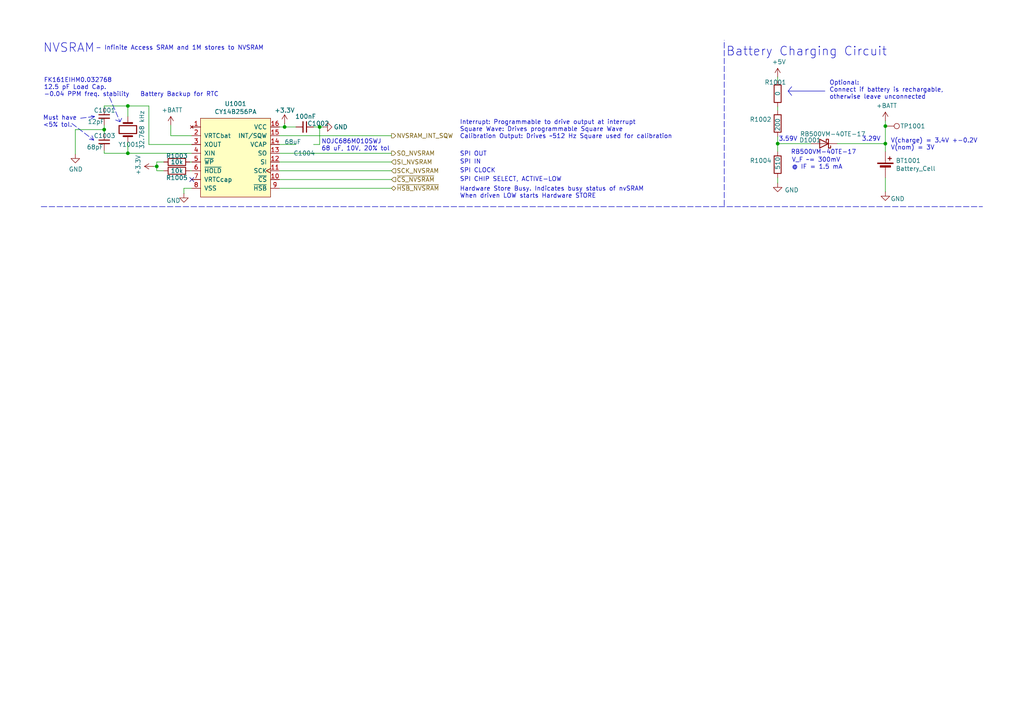
<source format=kicad_sch>
(kicad_sch (version 20231120) (generator "eeschema") (generator_version "8.0")
  (paper "A4")
  (title_block (title "Zynq-Based Master Controller") (date "2020-10-14") (rev "1.0") (company "JFH & SRM"))
  (lib_symbols
    (symbol "Connector:TestPoint" (pin_numbers hide) (pin_names (offset 0.762) hide)
      (property "Reference" "TP" (at 0 6.858 0))
      (property "Value" "TestPoint" (at 0 5.08 0))
      (symbol "TestPoint_0_1"
        (circle (center 0 3.302) (radius 0.762))
      )
      (symbol "TestPoint_1_1"
        (pin passive line (at 0 0 90) (length 2.54) (name "1") (number "1"))
      )
    )
    (symbol "Device:Battery_Cell" (pin_numbers hide) (pin_names (offset 0) hide)
      (property "Reference" "BT" (at 2.54 2.54 0))
      (property "Value" "Battery_Cell" (at 2.54 0 0))
      (symbol "Battery_Cell_0_1"
        (rectangle (start -2.286 1.778) (end 2.286 1.524) (fill (type outline)))
        (rectangle (start -1.524 1.016) (end 1.524 0.508) (fill (type outline)))
        (polyline (pts (xy 0 0.762) (xy 0 0)))
        (polyline (pts (xy 0 1.778) (xy 0 2.54)))
        (polyline (pts (xy 0.762 3.048) (xy 1.778 3.048)) (stroke (width 0.254)))
        (polyline (pts (xy 1.27 3.556) (xy 1.27 2.54)) (stroke (width 0.254)))
      )
      (symbol "Battery_Cell_1_1"
        (pin passive line (at 0 5.08 270) (length 2.54) (name "+") (number "1"))
        (pin passive line (at 0 -2.54 90) (length 2.54) (name "-") (number "2"))
      )
    )
    (symbol "Device:C_Small" (pin_numbers hide) (pin_names (offset 0.254) hide)
      (property "Reference" "C" (at 0.254 1.778 0))
      (property "Value" "C_Small" (at 0.254 -2.032 0))
      (symbol "C_Small_0_1"
        (polyline (pts (xy -1.524 -0.508) (xy 1.524 -0.508)) (stroke (width 0.3302)))
        (polyline (pts (xy -1.524 0.508) (xy 1.524 0.508)) (stroke (width 0.3048)))
      )
      (symbol "C_Small_1_1"
        (pin passive line (at 0 2.54 270) (length 2.032) (name "~") (number "1"))
        (pin passive line (at 0 -2.54 90) (length 2.032) (name "~") (number "2"))
      )
    )
    (symbol "Device:Crystal" (pin_numbers hide) (pin_names (offset 1.016) hide)
      (property "Reference" "Y" (at 0 3.81 0))
      (property "Value" "Crystal" (at 0 -3.81 0))
      (symbol "Crystal_0_1"
        (rectangle (start -1.143 2.54) (end 1.143 -2.54) (stroke (width 0.3048)))
        (polyline (pts (xy -2.54 0) (xy -1.905 0)))
        (polyline (pts (xy -1.905 -1.27) (xy -1.905 1.27)) (stroke (width 0.508)))
        (polyline (pts (xy 1.905 -1.27) (xy 1.905 1.27)) (stroke (width 0.508)))
        (polyline (pts (xy 2.54 0) (xy 1.905 0)))
      )
      (symbol "Crystal_1_1"
        (pin passive line (at -3.81 0 0) (length 1.27) (name "1") (number "1"))
        (pin passive line (at 3.81 0 180) (length 1.27) (name "2") (number "2"))
      )
    )
    (symbol "Device:D_Schottky" (pin_numbers hide) (pin_names (offset 1.016) hide)
      (property "Reference" "D" (at 0 2.54 0))
      (property "Value" "D_Schottky" (at 0 -2.54 0))
      (symbol "D_Schottky_0_1"
        (polyline (pts (xy 1.27 0) (xy -1.27 0)))
        (polyline (pts (xy 1.27 1.27) (xy 1.27 -1.27) (xy -1.27 0) (xy 1.27 1.27)) (stroke (width 0.254)))
        (polyline (pts (xy -1.905 0.635) (xy -1.905 1.27) (xy -1.27 1.27) (xy -1.27 -1.27) (xy -0.635 -1.27) (xy -0.635 -0.635)) (stroke (width 0.254)))
      )
      (symbol "D_Schottky_1_1"
        (pin passive line (at -3.81 0 0) (length 2.54) (name "K") (number "1"))
        (pin passive line (at 3.81 0 180) (length 2.54) (name "A") (number "2"))
      )
    )
    (symbol "Device:R" (pin_numbers hide) (pin_names (offset 0))
      (property "Reference" "R" (at 2.032 0 90))
      (property "Value" "R" (at 0 0 90))
      (symbol "R_0_1"
        (rectangle (start -1.016 -2.54) (end 1.016 2.54) (stroke (width 0.254)))
      )
      (symbol "R_1_1"
        (pin passive line (at 0 3.81 270) (length 1.27) (name "~") (number "1"))
        (pin passive line (at 0 -3.81 90) (length 1.27) (name "~") (number "2"))
      )
    )
    (symbol "Vikings_actives:CY14B256PA" (pin_names (offset 1.016))
      (property "Reference" "U" (at 10.16 -24.13 0))
      (property "Value" "CY14B256PA" (at 10.16 1.27 0))
      (symbol "CY14B256PA_0_1"
        (rectangle (start 0 0) (end 20.32 -22.86) (fill (type background)))
      )
      (symbol "CY14B256PA_1_1"
        (pin no_connect line (at -2.54 -2.54 0) (length 2.54) (name "~") (number "1"))
        (pin input line (at 22.86 -17.78 180) (length 2.54) (name "~{CS}") (number "10"))
        (pin input clock (at 22.86 -15.24 180) (length 2.54) (name "SCK") (number "11"))
        (pin input line (at 22.86 -12.7 180) (length 2.54) (name "SI") (number "12"))
        (pin output line (at 22.86 -10.16 180) (length 2.54) (name "SO") (number "13"))
        (pin power_in line (at 22.86 -7.62 180) (length 2.54) (name "VCAP") (number "14"))
        (pin output line (at 22.86 -5.08 180) (length 2.54) (name "INT/SQW") (number "15"))
        (pin power_in line (at 22.86 -2.54 180) (length 2.54) (name "VCC") (number "16"))
        (pin power_in line (at -2.54 -5.08 0) (length 2.54) (name "VRTCbat") (number "2"))
        (pin output line (at -2.54 -7.62 0) (length 2.54) (name "XOUT") (number "3"))
        (pin input line (at -2.54 -10.16 0) (length 2.54) (name "XIN") (number "4"))
        (pin input line (at -2.54 -12.7 0) (length 2.54) (name "~{WP}") (number "5"))
        (pin input line (at -2.54 -15.24 0) (length 2.54) (name "~{HOLD}") (number "6"))
        (pin power_in line (at -2.54 -17.78 0) (length 2.54) (name "VRTCcap") (number "7"))
        (pin power_in line (at -2.54 -20.32 0) (length 2.54) (name "VSS") (number "8"))
        (pin bidirectional line (at 22.86 -20.32 180) (length 2.54) (name "~{HSB}") (number "9"))
      )
    )
    (symbol "power:+3.3V" (power) (pin_numbers hide) (pin_names (offset 0) hide)
      (property "Value" "+3.3V" (at 0 3.556 0))
      (symbol "+3.3V_0_1"
        (polyline (pts (xy -0.762 1.27) (xy 0 2.54)))
        (polyline (pts (xy 0 0) (xy 0 2.54)))
        (polyline (pts (xy 0 2.54) (xy 0.762 1.27)))
      )
      (symbol "+3.3V_1_1"
        (pin power_in line (at 0 0 90) (length 0) (name "~") (number "1"))
      )
    )
    (symbol "power:+5V" (power) (pin_numbers hide) (pin_names (offset 0) hide)
      (property "Value" "+5V" (at 0 3.556 0))
      (symbol "+5V_0_1"
        (polyline (pts (xy -0.762 1.27) (xy 0 2.54)))
        (polyline (pts (xy 0 0) (xy 0 2.54)))
        (polyline (pts (xy 0 2.54) (xy 0.762 1.27)))
      )
      (symbol "+5V_1_1"
        (pin power_in line (at 0 0 90) (length 0) (name "~") (number "1"))
      )
    )
    (symbol "power:+BATT" (power) (pin_numbers hide) (pin_names (offset 0) hide)
      (property "Value" "+BATT" (at 0 3.556 0))
      (symbol "+BATT_0_1"
        (polyline (pts (xy -0.762 1.27) (xy 0 2.54)))
        (polyline (pts (xy 0 0) (xy 0 2.54)))
        (polyline (pts (xy 0 2.54) (xy 0.762 1.27)))
      )
      (symbol "+BATT_1_1"
        (pin power_in line (at 0 0 90) (length 0) (name "~") (number "1"))
      )
    )
    (symbol "power:GND" (power) (pin_numbers hide) (pin_names (offset 0) hide)
      (property "Value" "GND" (at 0 -3.81 0))
      (symbol "GND_0_1"
        (polyline (pts (xy 0 0) (xy 0 -1.27) (xy 1.27 -1.27) (xy 0 -2.54) (xy -1.27 -1.27) (xy 0 -1.27)))
      )
      (symbol "GND_1_1"
        (pin power_in line (at 0 0 270) (length 0) (name "~") (number "1"))
      )
    )
  )
  (junction (at 225.552 41.656))
  (junction (at 82.55 36.83))
  (junction (at 256.794 41.656))
  (junction (at 45.466 48.26))
  (junction (at 37.084 30.734))
  (junction (at 256.794 36.576))
  (junction (at 92.71 36.83))
  (junction (at 30.226 37.592))
  (junction (at 37.084 44.45))
  (no_connect (at 55.626 52.07))
  (wire (pts (xy 53.34 54.61) (xy 53.34 56.134)))
  (polyline (pts (xy 27.432 33.782) (xy 26.416 34.544)) (stroke (width 0) (type dash)))
  (wire (pts (xy 225.552 43.942) (xy 225.552 41.656)))
  (wire (pts (xy 81.026 46.99) (xy 113.538 46.99)))
  (wire (pts (xy 82.55 36.83) (xy 82.55 35.814)))
  (wire (pts (xy 225.552 32.004) (xy 225.552 30.988)))
  (wire (pts (xy 225.552 41.656) (xy 225.552 39.624)))
  (polyline (pts (xy 228.6 26.416) (xy 239.268 26.416)) (stroke (width 0) (type solid)))
  (wire (pts (xy 81.026 36.83) (xy 82.55 36.83)))
  (wire (pts (xy 55.626 54.61) (xy 53.34 54.61)))
  (wire (pts (xy 21.844 37.592) (xy 21.844 44.704)))
  (wire (pts (xy 37.084 44.45) (xy 37.084 41.402)))
  (wire (pts (xy 30.226 30.734) (xy 30.226 31.242)))
  (wire (pts (xy 242.824 41.656) (xy 256.794 41.656)))
  (polyline (pts (xy 11.938 59.944) (xy 284.988 59.944)) (stroke (width 0) (type dash)))
  (wire (pts (xy 256.794 36.576) (xy 256.794 41.656)))
  (wire (pts (xy 81.026 41.91) (xy 85.852 41.91)))
  (wire (pts (xy 55.626 41.91) (xy 43.18 41.91)))
  (wire (pts (xy 30.226 43.688) (xy 30.226 44.45)))
  (wire (pts (xy 55.626 46.99) (xy 55.118 46.99)))
  (wire (pts (xy 55.626 39.37) (xy 49.53 39.37)))
  (polyline (pts (xy 23.368 34.29) (xy 27.432 33.782)) (stroke (width 0) (type dash)))
  (wire (pts (xy 81.026 49.53) (xy 113.538 49.53)))
  (wire (pts (xy 90.932 36.83) (xy 92.71 36.83)))
  (wire (pts (xy 30.226 36.322) (xy 30.226 37.592)))
  (wire (pts (xy 44.45 48.26) (xy 45.466 48.26)))
  (wire (pts (xy 225.552 23.368) (xy 225.552 22.352)))
  (wire (pts (xy 92.71 41.91) (xy 90.932 41.91)))
  (polyline (pts (xy 27.432 33.782) (xy 26.416 33.528)) (stroke (width 0) (type dash)))
  (wire (pts (xy 225.552 51.562) (xy 225.552 53.086)))
  (polyline (pts (xy 20.828 35.814) (xy 27.178 40.64)) (stroke (width 0) (type dash)))
  (wire (pts (xy 81.026 44.45) (xy 113.538 44.45)))
  (wire (pts (xy 256.794 51.562) (xy 256.794 55.626)))
  (polyline (pts (xy 27.178 40.64) (xy 25.908 40.386)) (stroke (width 0) (type dash)))
  (wire (pts (xy 37.084 44.45) (xy 55.626 44.45)))
  (wire (pts (xy 45.466 46.99) (xy 45.466 48.26)))
  (wire (pts (xy 49.53 39.37) (xy 49.53 36.322)))
  (polyline (pts (xy 229.616 27.686) (xy 228.6 26.416)) (stroke (width 0) (type solid)))
  (wire (pts (xy 30.226 37.592) (xy 30.226 38.608)))
  (polyline (pts (xy 34.798 35.306) (xy 35.306 34.29)) (stroke (width 0) (type dash)))
  (wire (pts (xy 225.552 41.656) (xy 235.204 41.656)))
  (wire (pts (xy 81.026 52.07) (xy 113.538 52.07)))
  (wire (pts (xy 30.226 37.592) (xy 21.844 37.592)))
  (wire (pts (xy 43.18 41.91) (xy 43.18 30.734)))
  (wire (pts (xy 45.466 48.26) (xy 45.466 49.53)))
  (wire (pts (xy 256.794 41.656) (xy 256.794 43.942)))
  (wire (pts (xy 55.626 49.53) (xy 55.118 49.53)))
  (wire (pts (xy 37.084 30.734) (xy 37.084 33.782)))
  (wire (pts (xy 45.466 46.99) (xy 47.498 46.99)))
  (wire (pts (xy 43.18 30.734) (xy 37.084 30.734)))
  (wire (pts (xy 37.084 30.734) (xy 30.226 30.734)))
  (polyline (pts (xy 228.6 26.416) (xy 229.616 25.146)) (stroke (width 0) (type solid)))
  (wire (pts (xy 92.71 41.91) (xy 92.71 36.83)))
  (wire (pts (xy 81.026 39.37) (xy 113.538 39.37)))
  (wire (pts (xy 92.71 36.83) (xy 93.726 36.83)))
  (wire (pts (xy 81.026 54.61) (xy 113.538 54.61)))
  (polyline (pts (xy 210.058 59.69) (xy 210.058 11.684)) (stroke (width 0) (type dash)))
  (polyline (pts (xy 27.178 40.64) (xy 26.67 39.37)) (stroke (width 0) (type dash)))
  (wire (pts (xy 47.498 49.53) (xy 45.466 49.53)))
  (wire (pts (xy 82.55 36.83) (xy 85.852 36.83)))
  (polyline (pts (xy 31.75 28.194) (xy 34.798 35.306)) (stroke (width 0) (type dash)))
  (wire (pts (xy 30.226 44.45) (xy 37.084 44.45)))
  (wire (pts (xy 256.794 35.052) (xy 256.794 36.576)))
  (polyline (pts (xy 34.798 35.306) (xy 33.528 34.798)) (stroke (width 0) (type dash)))
  (text "Hardware Store Busy. Indicates busy status of nvSRAM\nWhen driven LOW starts Hardware STORE" (at 133.35 57.658 0) (effects (font (size 1.27 1.27)) (justify left bottom)))
  (text "Must have\n<5% tol." (at 12.446 37.084 0) (effects (font (size 1.27 1.27)) (justify left bottom)))
  (text "V(charge) = 3.4V +-0.2V\nV(nom) = 3V" (at 258.318 43.688 0) (effects (font (size 1.27 1.27)) (justify left bottom)))
  (text "3.29V" (at 249.936 41.148 0) (effects (font (size 1.27 1.27)) (justify left bottom)))
  (text "SPI OUT" (at 133.35 45.466 0) (effects (font (size 1.27 1.27)) (justify left bottom)))
  (text "SPI CHIP SELECT, ACTIVE-LOW" (at 133.35 52.832 0) (effects (font (size 1.27 1.27)) (justify left bottom)))
  (text "SPI IN" (at 133.35 47.752 0) (effects (font (size 1.27 1.27)) (justify left bottom)))
  (text "RB500VM-40TE-17" (at 229.362 44.958 0) (effects (font (size 1.27 1.27)) (justify left bottom)))
  (text "3.59V" (at 225.806 41.148 0) (effects (font (size 1.27 1.27)) (justify left bottom)))
  (text "Battery Backup for RTC" (at 40.64 28.194 0) (effects (font (size 1.27 1.27)) (justify left bottom)))
  (text "SPI CLOCK" (at 133.35 50.292 0) (effects (font (size 1.27 1.27)) (justify left bottom)))
  (text "FK161EIHM0.032768\n12.5 pF Load Cap.\n-0.04 PPM freq. stability" (at 12.7 28.194 0) (effects (font (size 1.27 1.27)) (justify left bottom)))
  (text "NVSRAM" (at 12.446 15.494 0) (effects (font (size 2.54 2.54)) (justify left bottom)))
  (text "- Infinite Access SRAM and 1M stores to NVSRAM" (at 27.686 14.732 0) (effects (font (size 1.27 1.27)) (justify left bottom)))
  (text "Interrupt: Programmable to drive output at interrupt\nSquare Wave: Drives programmable Square Wave\nCalibration Output: Drives ~512 Hz Square used for calibration" (at 133.35 40.386 0) (effects (font (size 1.27 1.27)) (justify left bottom)))
  (text "Battery Charging Circuit" (at 210.566 16.51 0) (effects (font (size 2.54 2.54)) (justify left bottom)))
  (text "NOJC686M010SWJ\n68 uF, 10V, 20% tol" (at 93.218 43.942 0) (effects (font (size 1.27 1.27)) (justify left bottom)))
  (text "V_F ~= 300mV \n@ IF = 1.5 mA" (at 229.616 49.276 0) (effects (font (size 1.27 1.27)) (justify left bottom)))
  (text "Optional:\nConnect if battery is rechargable,\notherwise leave unconnected" (at 240.538 28.956 0) (effects (font (size 1.27 1.27)) (justify left bottom)))
  (hierarchical_label "NVSRAM_INT_SQW" (shape output) (at 113.538 39.37 0))
  (hierarchical_label "SCK_NVSRAM" (shape input) (at 113.538 49.53 0))
  (hierarchical_label "~{HSB_NVSRAM}" (shape bidirectional) (at 113.538 54.61 0))
  (hierarchical_label "~{CS_NVSRAM}" (shape input) (at 113.538 52.07 0))
  (hierarchical_label "SO_NVSRAM" (shape output) (at 113.538 44.45 0))
  (hierarchical_label "SI_NVSRAM" (shape input) (at 113.538 46.99 0))
  (symbol (lib_id "Vikings_actives:CY14B256PA") (at 58.166 34.29 0) (unit 1)
    (property "Reference" "U1001" (at 68.326 30.099 0))
    (property "Value" "CY14B256PA" (at 68.326 32.4104 0))
    (property "Footprint" "Package_SO:SOIC-16W_7.5x10.3mm_P1.27mm" (effects (hide yes)))
    (property "Datasheet" "https://www.cypress.com/file/45216/download" (effects (hide yes)))
  )
  (symbol (lib_id "Device:Crystal") (at 37.084 37.592 270) (unit 1)
    (property "Reference" "Y1001" (at 34.29 41.91 90) (effects (justify left)))
    (property "Value" "32.768 kHz" (at 41.148 32.004 0) (effects (justify left)))
    (property "Footprint" "Vikings_devices:Crystal_SMD_Fox_FK161" (effects (hide yes)))
    (property "Datasheet" "https://www.mouser.dk/datasheet/2/160/K161-1153986.pdf" (effects (hide yes)))
    (property "Description" "32.768 kHz Crystal Oscillator, 20 ppm tol., 12.5pF Load Capacitance, -0.04 PPM freq. stability, 90kOhm ESR, 0.1uW Drive Level" (effects (hide yes)))
    (property "Manufacturer" "Fox" (effects (hide yes)))
    (property "Man. Part No." "FK161EIHM0.032768" (effects (hide yes)))
  )
  (symbol (lib_id "Device:C_Small") (at 30.226 41.148 0) (unit 1)
    (property "Reference" "C1003" (at 27.178 39.37 0) (effects (justify left)))
    (property "Value" "68pF" (at 25.146 42.672 0) (effects (justify left)))
    (property "Footprint" "Capacitor_SMD:C_0603_1608Metric" (effects (hide yes)))
    (property "Datasheet" "https://www.we-online.com/katalog/en/datasheet/885012006007.pdf" (effects (hide yes)))
    (property "Description" "68pF, 5% tol, 10V, C0G MLCC, 0603, -55-125 deg" (effects (hide yes)))
    (property "Manufacturer" "Würth Elektronik" (effects (hide yes)))
    (property "Man. Part No." "885012006007" (effects (hide yes)))
  )
  (symbol (lib_id "Device:C_Small") (at 30.226 33.782 0) (unit 1)
    (property "Reference" "C1001" (at 27.178 32.004 0) (effects (justify left)))
    (property "Value" "12pF" (at 25.4 35.306 0) (effects (justify left)))
    (property "Footprint" "Capacitor_SMD:C_0603_1608Metric" (effects (hide yes)))
    (property "Datasheet" "https://www.mouser.dk/datasheet/2/40/C0GNP0-Dielectric-951274.pdf" (effects (hide yes)))
    (property "Description" "12pF, 5% tol, 6.3V, C0G MLCC, 0603, -55-125 deg" (effects (hide yes)))
    (property "Manufacturer" "AVX" (effects (hide yes)))
    (property "Man. Part No." "06036A120JAT2A" (effects (hide yes)))
  )
  (symbol (lib_id "power:GND") (at 21.844 44.704 0) (unit 1)
    (property "Reference" "#PWR0347" (effects (hide yes)))
    (property "Value" "GND" (at 21.971 49.0982 0))
  )
  (symbol (lib_id "Device:Battery_Cell") (at 256.794 49.022 0) (unit 1)
    (property "Reference" "BT1001" (at 259.7912 46.5836 0) (effects (justify left)))
    (property "Value" "Battery_Cell" (at 259.7912 48.895 0) (effects (justify left)))
    (property "Footprint" "Vikings_misc:Battery_VL2020_20x3.2mm" (effects (hide yes)))
  )
  (symbol (lib_id "power:+BATT") (at 256.794 35.052 0) (unit 1)
    (property "Reference" "#PWR0357" (effects (hide yes)))
    (property "Value" "+BATT" (at 257.175 30.6578 0))
  )
  (symbol (lib_id "power:GND") (at 225.552 53.086 0) (unit 1)
    (property "Reference" "#PWR0349" (effects (hide yes)))
    (property "Value" "GND" (at 229.616 55.118 0))
  )
  (symbol (lib_id "power:+BATT") (at 49.53 36.322 0) (unit 1)
    (property "Reference" "#PWR0350" (effects (hide yes)))
    (property "Value" "+BATT" (at 49.911 31.9278 0))
  )
  (symbol (lib_id "power:+3.3V") (at 82.55 35.814 0) (unit 1)
    (property "Reference" "#PWR0351" (effects (hide yes)))
    (property "Value" "+3.3V" (at 82.55 32.004 0))
  )
  (symbol (lib_id "power:GND") (at 53.34 56.134 0) (unit 1)
    (property "Reference" "#PWR0352" (effects (hide yes)))
    (property "Value" "GND" (at 50.292 58.166 0))
  )
  (symbol (lib_id "Device:CP_Small") (at 88.392 41.91 90) (unit 1)
    (property "Reference" "C1004" (at 91.44 44.45 90) (effects (justify left)))
    (property "Value" "68uF" (at 87.376 41.148 90) (effects (justify left)))
    (property "Footprint" "Vikings_devices:C_2312_6032-28_Metric" (effects (hide yes)))
    (property "Datasheet" "https://www.mouser.dk/datasheet/2/40/noj-776783.pdf" (effects (hide yes)))
    (property "Description" "68 uF, 10V, 20% tol., max. 0.5 Ohm ESR" (effects (hide yes)))
    (property "Manufacturer" "AVX" (effects (hide yes)))
    (property "Man. Part No." "NOJC686M010SWJ" (effects (hide yes)))
  )
  (symbol (lib_id "Device:C_Small") (at 88.392 36.83 270) (unit 1)
    (property "Reference" "C1002" (at 89.154 35.814 90) (effects (justify left)))
    (property "Value" "100nF" (at 85.598 33.782 90) (effects (justify left)))
    (property "Footprint" "Capacitor_SMD:C_0603_1608Metric" (effects (hide yes)))
  )
  (symbol (lib_id "power:GND") (at 93.726 36.83 90) (unit 1)
    (property "Reference" "#PWR0353" (effects (hide yes)))
    (property "Value" "GND" (at 96.774 36.83 90) (effects (justify right)))
  )
  (symbol (lib_id "power:+3.3V") (at 44.45 48.26 90) (unit 1)
    (property "Reference" "#PWR0354" (effects (hide yes)))
    (property "Value" "+3.3V" (at 40.0558 47.879 0))
  )
  (symbol (lib_id "Device:D_Schottky") (at 239.014 41.656 180) (unit 1)
    (property "Reference" "D1001" (at 234.95 40.64 0))
    (property "Value" "RB500VM-40TE-17" (at 241.554 38.862 0))
    (property "Footprint" "Diode_SMD:D_SOD-323F" (effects (hide yes)))
    (property "Description" "Schottky diode" (effects (hide yes)))
  )
  (symbol (lib_id "Device:R") (at 225.552 35.814 0) (mirror x) (unit 1)
    (property "Reference" "R1002" (at 223.774 34.6456 0) (effects (justify right)))
    (property "Value" "200" (at 225.552 38.1 90) (effects (justify right)))
    (property "Footprint" "Resistor_SMD:R_0805_2012Metric" (effects (hide yes)))
  )
  (symbol (lib_id "Device:R") (at 225.552 47.752 0) (mirror x) (unit 1)
    (property "Reference" "R1004" (at 223.7994 46.5836 0) (effects (justify right)))
    (property "Value" "510" (at 225.552 49.276 90) (effects (justify right)))
    (property "Footprint" "Resistor_SMD:R_0805_2012Metric" (effects (hide yes)))
  )
  (symbol (lib_id "power:+5V") (at 225.552 22.352 0) (unit 1)
    (property "Reference" "#PWR0355" (effects (hide yes)))
    (property "Value" "+5V" (at 225.933 17.9578 0))
  )
  (symbol (lib_id "power:GND") (at 256.794 55.626 0) (unit 1)
    (property "Reference" "#PWR0356" (effects (hide yes)))
    (property "Value" "GND" (at 260.35 57.658 0))
  )
  (symbol (lib_id "Connector:TestPoint") (at 256.794 36.576 270) (unit 1)
    (property "Reference" "TP1001" (at 261.112 36.576 90) (effects (justify left)))
    (property "Value" "TestPoint" (effects (hide yes)))
    (property "Footprint" "TestPoint:TestPoint_Loop_D1.80mm_Drill1.0mm_Beaded" (effects (hide yes)))
    (instances (project "" (path "" (reference "TP1001") (unit 1)) (path "" (reference "TP?") (unit 1))))
  )
  (symbol (lib_id "Device:R") (at 51.308 46.99 270) (unit 1)
    (property "Reference" "R1003" (at 51.308 45.212 90))
    (property "Value" "10k" (at 51.308 46.99 90))
    (property "Footprint" "Resistor_SMD:R_0603_1608Metric" (effects (hide yes)))
  )
  (symbol (lib_id "Device:R") (at 51.308 49.53 90) (unit 1)
    (property "Reference" "R1005" (at 51.308 51.562 90))
    (property "Value" "10k" (at 51.308 49.53 90))
    (property "Footprint" "Resistor_SMD:R_0603_1608Metric" (effects (hide yes)))
  )
  (symbol (lib_id "Device:R") (at 225.552 27.178 0) (mirror y) (unit 1)
    (property "Reference" "R1001" (at 221.742 23.876 0) (effects (justify right)))
    (property "Value" "0" (at 225.552 26.416 90) (effects (justify right)))
    (property "Footprint" "Resistor_SMD:R_0805_2012Metric" (effects (hide yes)))
  )
)
</source>
